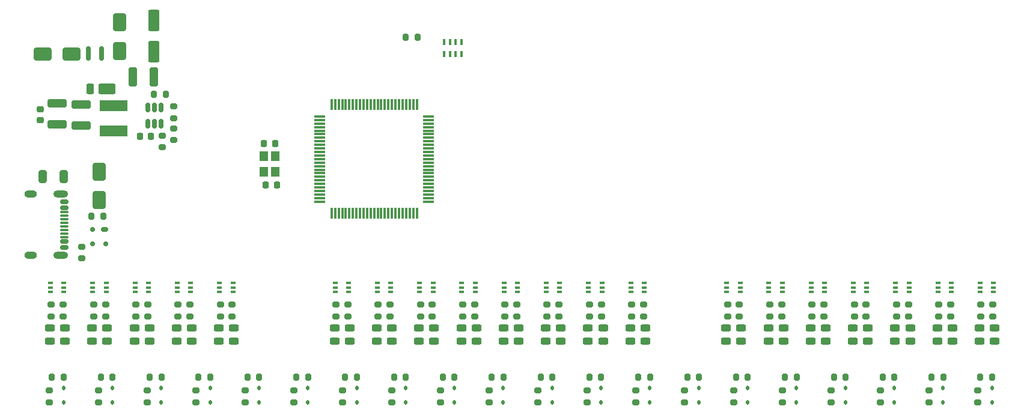
<source format=gbr>
%TF.GenerationSoftware,KiCad,Pcbnew,9.0.2*%
%TF.CreationDate,2025-07-14T16:58:00+03:00*%
%TF.ProjectId,vehicle_io_validator,76656869-636c-4655-9f69-6f5f76616c69,rev?*%
%TF.SameCoordinates,Original*%
%TF.FileFunction,Paste,Top*%
%TF.FilePolarity,Positive*%
%FSLAX46Y46*%
G04 Gerber Fmt 4.6, Leading zero omitted, Abs format (unit mm)*
G04 Created by KiCad (PCBNEW 9.0.2) date 2025-07-14 16:58:00*
%MOMM*%
%LPD*%
G01*
G04 APERTURE LIST*
G04 Aperture macros list*
%AMRoundRect*
0 Rectangle with rounded corners*
0 $1 Rounding radius*
0 $2 $3 $4 $5 $6 $7 $8 $9 X,Y pos of 4 corners*
0 Add a 4 corners polygon primitive as box body*
4,1,4,$2,$3,$4,$5,$6,$7,$8,$9,$2,$3,0*
0 Add four circle primitives for the rounded corners*
1,1,$1+$1,$2,$3*
1,1,$1+$1,$4,$5*
1,1,$1+$1,$6,$7*
1,1,$1+$1,$8,$9*
0 Add four rect primitives between the rounded corners*
20,1,$1+$1,$2,$3,$4,$5,0*
20,1,$1+$1,$4,$5,$6,$7,0*
20,1,$1+$1,$6,$7,$8,$9,0*
20,1,$1+$1,$8,$9,$2,$3,0*%
G04 Aperture macros list end*
%ADD10RoundRect,0.200000X0.275000X-0.200000X0.275000X0.200000X-0.275000X0.200000X-0.275000X-0.200000X0*%
%ADD11RoundRect,0.112500X-0.112500X0.187500X-0.112500X-0.187500X0.112500X-0.187500X0.112500X0.187500X0*%
%ADD12RoundRect,0.243750X-0.456250X0.243750X-0.456250X-0.243750X0.456250X-0.243750X0.456250X0.243750X0*%
%ADD13RoundRect,0.250000X0.550000X-1.250000X0.550000X1.250000X-0.550000X1.250000X-0.550000X-1.250000X0*%
%ADD14RoundRect,0.200000X-0.275000X0.200000X-0.275000X-0.200000X0.275000X-0.200000X0.275000X0.200000X0*%
%ADD15RoundRect,0.100000X-0.225000X-0.100000X0.225000X-0.100000X0.225000X0.100000X-0.225000X0.100000X0*%
%ADD16RoundRect,0.200000X-0.200000X-0.275000X0.200000X-0.275000X0.200000X0.275000X-0.200000X0.275000X0*%
%ADD17RoundRect,0.075000X-0.725000X-0.075000X0.725000X-0.075000X0.725000X0.075000X-0.725000X0.075000X0*%
%ADD18RoundRect,0.075000X-0.075000X-0.725000X0.075000X-0.725000X0.075000X0.725000X-0.075000X0.725000X0*%
%ADD19RoundRect,0.250000X1.000000X0.650000X-1.000000X0.650000X-1.000000X-0.650000X1.000000X-0.650000X0*%
%ADD20RoundRect,0.225000X0.250000X-0.225000X0.250000X0.225000X-0.250000X0.225000X-0.250000X-0.225000X0*%
%ADD21R,4.000000X1.500000*%
%ADD22RoundRect,0.250000X1.100000X-0.325000X1.100000X0.325000X-1.100000X0.325000X-1.100000X-0.325000X0*%
%ADD23RoundRect,0.250000X0.650000X-1.000000X0.650000X1.000000X-0.650000X1.000000X-0.650000X-1.000000X0*%
%ADD24RoundRect,0.250000X-0.650000X1.000000X-0.650000X-1.000000X0.650000X-1.000000X0.650000X1.000000X0*%
%ADD25R,0.400000X0.900000*%
%ADD26R,1.200000X1.400000*%
%ADD27RoundRect,0.150000X-0.425000X0.150000X-0.425000X-0.150000X0.425000X-0.150000X0.425000X0.150000X0*%
%ADD28RoundRect,0.075000X-0.500000X0.075000X-0.500000X-0.075000X0.500000X-0.075000X0.500000X0.075000X0*%
%ADD29O,2.100000X1.000000*%
%ADD30O,1.800000X1.000000*%
%ADD31RoundRect,0.225000X0.225000X0.250000X-0.225000X0.250000X-0.225000X-0.250000X0.225000X-0.250000X0*%
%ADD32RoundRect,0.150000X0.150000X-0.512500X0.150000X0.512500X-0.150000X0.512500X-0.150000X-0.512500X0*%
%ADD33RoundRect,0.150000X0.150000X-0.850000X0.150000X0.850000X-0.150000X0.850000X-0.150000X-0.850000X0*%
%ADD34RoundRect,0.250000X-0.325000X-0.650000X0.325000X-0.650000X0.325000X0.650000X-0.325000X0.650000X0*%
%ADD35RoundRect,0.250000X0.325000X1.100000X-0.325000X1.100000X-0.325000X-1.100000X0.325000X-1.100000X0*%
%ADD36RoundRect,0.200000X0.200000X0.275000X-0.200000X0.275000X-0.200000X-0.275000X0.200000X-0.275000X0*%
%ADD37RoundRect,0.175000X-0.325000X0.175000X-0.325000X-0.175000X0.325000X-0.175000X0.325000X0.175000X0*%
%ADD38RoundRect,0.150000X-0.150000X0.200000X-0.150000X-0.200000X0.150000X-0.200000X0.150000X0.200000X0*%
%ADD39RoundRect,0.250000X-0.950000X-0.500000X0.950000X-0.500000X0.950000X0.500000X-0.950000X0.500000X0*%
%ADD40RoundRect,0.250000X-0.275000X-0.500000X0.275000X-0.500000X0.275000X0.500000X-0.275000X0.500000X0*%
G04 APERTURE END LIST*
D10*
%TO.C,R83*%
X195000001Y-92355000D03*
X195000001Y-90705000D03*
%TD*%
%TO.C,R77*%
X177145264Y-92355000D03*
X177145264Y-90705000D03*
%TD*%
D11*
%TO.C,D2*%
X64057381Y-102410000D03*
X64057381Y-104510000D03*
%TD*%
D12*
%TO.C,D36*%
X114147106Y-93942500D03*
X114147106Y-95817500D03*
%TD*%
D13*
%TO.C,C17*%
X76807500Y-55060000D03*
X76807500Y-50660000D03*
%TD*%
D14*
%TO.C,R27*%
X130931128Y-102810000D03*
X130931128Y-104460000D03*
%TD*%
D10*
%TO.C,R64*%
X126250264Y-92355000D03*
X126250264Y-90705000D03*
%TD*%
D11*
%TO.C,D14*%
X146675877Y-102410000D03*
X146675877Y-104510000D03*
%TD*%
D14*
%TO.C,R39*%
X172240376Y-102809999D03*
X172240376Y-104459999D03*
%TD*%
D15*
%TO.C,U8*%
X108270527Y-87630000D03*
X108270527Y-88280000D03*
X108270527Y-88930000D03*
X110170527Y-88930000D03*
X110170527Y-88280000D03*
X110170527Y-87630000D03*
%TD*%
D10*
%TO.C,R62*%
X120298685Y-92355000D03*
X120298685Y-90705000D03*
%TD*%
D15*
%TO.C,U13*%
X138028422Y-87630000D03*
X138028422Y-88280000D03*
X138028422Y-88930000D03*
X139928422Y-88930000D03*
X139928422Y-88280000D03*
X139928422Y-87630000D03*
%TD*%
D16*
%TO.C,R14*%
X83087006Y-100935000D03*
X84737006Y-100935000D03*
%TD*%
D14*
%TO.C,R29*%
X137816003Y-102809999D03*
X137816003Y-104459999D03*
%TD*%
D10*
%TO.C,R49*%
X75926843Y-92355000D03*
X75926843Y-90705000D03*
%TD*%
D14*
%TO.C,R31*%
X144700877Y-102809999D03*
X144700877Y-104459999D03*
%TD*%
D12*
%TO.C,D40*%
X126050264Y-93942500D03*
X126050264Y-95817500D03*
%TD*%
%TO.C,D38*%
X120098685Y-93942500D03*
X120098685Y-95817500D03*
%TD*%
%TO.C,D23*%
X70225263Y-93942500D03*
X70225263Y-95817500D03*
%TD*%
D14*
%TO.C,R37*%
X165355501Y-102809999D03*
X165355501Y-104459999D03*
%TD*%
D17*
%TO.C,U1*%
X100160000Y-64170000D03*
X100160000Y-64670000D03*
X100160000Y-65170000D03*
X100160000Y-65670000D03*
X100160000Y-66170000D03*
X100160000Y-66670000D03*
X100160000Y-67170000D03*
X100160000Y-67670000D03*
X100160000Y-68170000D03*
X100160000Y-68670000D03*
X100160000Y-69170000D03*
X100160000Y-69670000D03*
X100160000Y-70170000D03*
X100160000Y-70670000D03*
X100160000Y-71170000D03*
X100160000Y-71670000D03*
X100160000Y-72170000D03*
X100160000Y-72670000D03*
X100160000Y-73170000D03*
X100160000Y-73670000D03*
X100160000Y-74170000D03*
X100160000Y-74670000D03*
X100160000Y-75170000D03*
X100160000Y-75670000D03*
X100160000Y-76170000D03*
D18*
X101835000Y-77845000D03*
X102335000Y-77845000D03*
X102835000Y-77845000D03*
X103335000Y-77845000D03*
X103835000Y-77845000D03*
X104335000Y-77845000D03*
X104835000Y-77845000D03*
X105335000Y-77845000D03*
X105835000Y-77845000D03*
X106335000Y-77845000D03*
X106835000Y-77845000D03*
X107335000Y-77845000D03*
X107835000Y-77845000D03*
X108335000Y-77845000D03*
X108835000Y-77845000D03*
X109335000Y-77845000D03*
X109835000Y-77845000D03*
X110335000Y-77845000D03*
X110835000Y-77845000D03*
X111335000Y-77845000D03*
X111835000Y-77845000D03*
X112335000Y-77845000D03*
X112835000Y-77845000D03*
X113335000Y-77845000D03*
X113835000Y-77845000D03*
D17*
X115510000Y-76170000D03*
X115510000Y-75670000D03*
X115510000Y-75170000D03*
X115510000Y-74670000D03*
X115510000Y-74170000D03*
X115510000Y-73670000D03*
X115510000Y-73170000D03*
X115510000Y-72670000D03*
X115510000Y-72170000D03*
X115510000Y-71670000D03*
X115510000Y-71170000D03*
X115510000Y-70670000D03*
X115510000Y-70170000D03*
X115510000Y-69670000D03*
X115510000Y-69170000D03*
X115510000Y-68670000D03*
X115510000Y-68170000D03*
X115510000Y-67670000D03*
X115510000Y-67170000D03*
X115510000Y-66670000D03*
X115510000Y-66170000D03*
X115510000Y-65670000D03*
X115510000Y-65170000D03*
X115510000Y-64670000D03*
X115510000Y-64170000D03*
D18*
X113835000Y-62495000D03*
X113335000Y-62495000D03*
X112835000Y-62495000D03*
X112335000Y-62495000D03*
X111835000Y-62495000D03*
X111335000Y-62495000D03*
X110835000Y-62495000D03*
X110335000Y-62495000D03*
X109835000Y-62495000D03*
X109335000Y-62495000D03*
X108835000Y-62495000D03*
X108335000Y-62495000D03*
X107835000Y-62495000D03*
X107335000Y-62495000D03*
X106835000Y-62495000D03*
X106335000Y-62495000D03*
X105835000Y-62495000D03*
X105335000Y-62495000D03*
X104835000Y-62495000D03*
X104335000Y-62495000D03*
X103835000Y-62495000D03*
X103335000Y-62495000D03*
X102835000Y-62495000D03*
X102335000Y-62495000D03*
X101835000Y-62495000D03*
%TD*%
D16*
%TO.C,R26*%
X124396254Y-100935000D03*
X126046254Y-100935000D03*
%TD*%
D12*
%TO.C,D62*%
X193125001Y-93942500D03*
X193125001Y-95817500D03*
%TD*%
D10*
%TO.C,R74*%
X163567106Y-92355000D03*
X163567106Y-90705000D03*
%TD*%
D15*
%TO.C,U5*%
X80078422Y-87630000D03*
X80078422Y-88280000D03*
X80078422Y-88930000D03*
X81978422Y-88930000D03*
X81978422Y-88280000D03*
X81978422Y-87630000D03*
%TD*%
%TO.C,U4*%
X74126843Y-87630000D03*
X74126843Y-88280000D03*
X74126843Y-88930000D03*
X76026843Y-88930000D03*
X76026843Y-88280000D03*
X76026843Y-87630000D03*
%TD*%
D12*
%TO.C,D41*%
X134126842Y-93942500D03*
X134126842Y-95817500D03*
%TD*%
D11*
%TO.C,D9*%
X112251504Y-102410000D03*
X112251504Y-104510000D03*
%TD*%
%TO.C,D3*%
X70942256Y-102410000D03*
X70942256Y-104510000D03*
%TD*%
D10*
%TO.C,R68*%
X138153422Y-92355000D03*
X138153422Y-90705000D03*
%TD*%
%TO.C,R80*%
X181421843Y-92355000D03*
X181421843Y-90705000D03*
%TD*%
%TO.C,R45*%
X64023685Y-92355000D03*
X64023685Y-90705000D03*
%TD*%
D11*
%TO.C,D18*%
X174215376Y-102410000D03*
X174215376Y-104510000D03*
%TD*%
D15*
%TO.C,U7*%
X102318948Y-87630000D03*
X102318948Y-88280000D03*
X102318948Y-88930000D03*
X104218948Y-88930000D03*
X104218948Y-88280000D03*
X104218948Y-87630000D03*
%TD*%
D12*
%TO.C,D25*%
X76176842Y-93942500D03*
X76176842Y-95817500D03*
%TD*%
D14*
%TO.C,R1*%
X192895000Y-102809999D03*
X192895000Y-104459999D03*
%TD*%
D10*
%TO.C,R61*%
X121973685Y-92355000D03*
X121973685Y-90705000D03*
%TD*%
D16*
%TO.C,R86*%
X67995000Y-78260000D03*
X69645000Y-78260000D03*
%TD*%
D19*
%TO.C,D63*%
X65147500Y-55350000D03*
X61147500Y-55350000D03*
%TD*%
D16*
%TO.C,R16*%
X89971881Y-100935000D03*
X91621881Y-100935000D03*
%TD*%
D11*
%TO.C,D16*%
X160445627Y-102410000D03*
X160445627Y-104510000D03*
%TD*%
D14*
%TO.C,R35*%
X158470627Y-102809999D03*
X158470627Y-104459999D03*
%TD*%
D20*
%TO.C,C22*%
X60782500Y-64685000D03*
X60782500Y-63135000D03*
%TD*%
D12*
%TO.C,D61*%
X195250000Y-93942500D03*
X195250000Y-95817500D03*
%TD*%
D10*
%TO.C,R79*%
X183096843Y-92355000D03*
X183096843Y-90705000D03*
%TD*%
%TO.C,R63*%
X127925264Y-92355000D03*
X127925264Y-90705000D03*
%TD*%
D12*
%TO.C,D21*%
X64273685Y-93942500D03*
X64273685Y-95817500D03*
%TD*%
D11*
%TO.C,D12*%
X132906128Y-102410000D03*
X132906128Y-104510000D03*
%TD*%
D21*
%TO.C,L2*%
X71082500Y-62635000D03*
X71082500Y-66235000D03*
%TD*%
D22*
%TO.C,C20*%
X66582500Y-65460000D03*
X66582500Y-62510000D03*
%TD*%
D15*
%TO.C,U15*%
X157490527Y-87630000D03*
X157490527Y-88280000D03*
X157490527Y-88930000D03*
X159390527Y-88930000D03*
X159390527Y-88280000D03*
X159390527Y-87630000D03*
%TD*%
D10*
%TO.C,R71*%
X159290527Y-92355000D03*
X159290527Y-90705000D03*
%TD*%
%TO.C,R56*%
X102443948Y-92355000D03*
X102443948Y-90705000D03*
%TD*%
%TO.C,R76*%
X169518685Y-92355000D03*
X169518685Y-90705000D03*
%TD*%
D12*
%TO.C,D46*%
X143905001Y-93942500D03*
X143905001Y-95817500D03*
%TD*%
%TO.C,D58*%
X181221843Y-93942500D03*
X181221843Y-95817500D03*
%TD*%
%TO.C,D44*%
X137953422Y-93942500D03*
X137953422Y-95817500D03*
%TD*%
D15*
%TO.C,U3*%
X68175264Y-87630000D03*
X68175264Y-88280000D03*
X68175264Y-88930000D03*
X70075264Y-88930000D03*
X70075264Y-88280000D03*
X70075264Y-87630000D03*
%TD*%
D22*
%TO.C,C21*%
X63157500Y-65285000D03*
X63157500Y-62335000D03*
%TD*%
D15*
%TO.C,U14*%
X143980001Y-87630000D03*
X143980001Y-88280000D03*
X143980001Y-88930000D03*
X145880001Y-88930000D03*
X145880001Y-88280000D03*
X145880001Y-87630000D03*
%TD*%
D14*
%TO.C,R15*%
X89621880Y-102809999D03*
X89621880Y-104459999D03*
%TD*%
D23*
%TO.C,D50*%
X71932500Y-54910000D03*
X71932500Y-50910000D03*
%TD*%
D16*
%TO.C,R42*%
X179475252Y-100935000D03*
X181125252Y-100935000D03*
%TD*%
D15*
%TO.C,U6*%
X86030001Y-87630000D03*
X86030001Y-88280000D03*
X86030001Y-88930000D03*
X87930001Y-88930000D03*
X87930001Y-88280000D03*
X87930001Y-87630000D03*
%TD*%
D12*
%TO.C,D22*%
X62148685Y-93942500D03*
X62148685Y-95817500D03*
%TD*%
D24*
%TO.C,D64*%
X69090000Y-71960000D03*
X69090000Y-75960000D03*
%TD*%
D14*
%TO.C,R13*%
X82737005Y-102809999D03*
X82737005Y-104459999D03*
%TD*%
D10*
%TO.C,R70*%
X144105001Y-92355000D03*
X144105001Y-90705000D03*
%TD*%
D16*
%TO.C,R18*%
X96856755Y-100935000D03*
X98506755Y-100935000D03*
%TD*%
D14*
%TO.C,R23*%
X117161378Y-102809999D03*
X117161378Y-104459999D03*
%TD*%
D10*
%TO.C,R55*%
X104118948Y-92355000D03*
X104118948Y-90705000D03*
%TD*%
D16*
%TO.C,R32*%
X145050878Y-100935000D03*
X146700878Y-100935000D03*
%TD*%
D15*
%TO.C,U18*%
X169393685Y-87630000D03*
X169393685Y-88280000D03*
X169393685Y-88930000D03*
X171293685Y-88930000D03*
X171293685Y-88280000D03*
X171293685Y-87630000D03*
%TD*%
D14*
%TO.C,R11*%
X75852130Y-102809999D03*
X75852130Y-104459999D03*
%TD*%
D15*
%TO.C,U10*%
X120173685Y-87630000D03*
X120173685Y-88280000D03*
X120173685Y-88930000D03*
X122073685Y-88930000D03*
X122073685Y-88280000D03*
X122073685Y-87630000D03*
%TD*%
D16*
%TO.C,R30*%
X138166004Y-100935000D03*
X139816004Y-100935000D03*
%TD*%
D12*
%TO.C,D49*%
X165492105Y-93942500D03*
X165492105Y-95817500D03*
%TD*%
D25*
%TO.C,RN1*%
X120110000Y-53670000D03*
X119310000Y-53670000D03*
X118510000Y-53670000D03*
X117710000Y-53670000D03*
X117710000Y-55370000D03*
X118510000Y-55370000D03*
X119310000Y-55370000D03*
X120110000Y-55370000D03*
%TD*%
D10*
%TO.C,R82*%
X187373422Y-92355000D03*
X187373422Y-90705000D03*
%TD*%
D14*
%TO.C,R19*%
X103391629Y-102809999D03*
X103391629Y-104459999D03*
%TD*%
D12*
%TO.C,D34*%
X108195527Y-93942500D03*
X108195527Y-95817500D03*
%TD*%
D10*
%TO.C,R81*%
X189048422Y-92355000D03*
X189048422Y-90705000D03*
%TD*%
D12*
%TO.C,D39*%
X128175263Y-93942500D03*
X128175263Y-95817500D03*
%TD*%
D10*
%TO.C,R75*%
X171193685Y-92355000D03*
X171193685Y-90705000D03*
%TD*%
%TO.C,R65*%
X133876843Y-92355000D03*
X133876843Y-90705000D03*
%TD*%
D12*
%TO.C,D55*%
X177395263Y-93942500D03*
X177395263Y-95817500D03*
%TD*%
D14*
%TO.C,R17*%
X96506754Y-102809999D03*
X96506754Y-104459999D03*
%TD*%
D26*
%TO.C,Y1*%
X93920000Y-72000000D03*
X93920000Y-69800000D03*
X92320000Y-69800000D03*
X92320000Y-72000000D03*
%TD*%
D10*
%TO.C,R60*%
X114347106Y-92355000D03*
X114347106Y-90705000D03*
%TD*%
%TO.C,R58*%
X108395527Y-92355000D03*
X108395527Y-90705000D03*
%TD*%
D15*
%TO.C,U9*%
X114222106Y-87630000D03*
X114222106Y-88280000D03*
X114222106Y-88930000D03*
X116122106Y-88930000D03*
X116122106Y-88280000D03*
X116122106Y-87630000D03*
%TD*%
D12*
%TO.C,D53*%
X171443684Y-93942500D03*
X171443684Y-95817500D03*
%TD*%
%TO.C,D29*%
X88080000Y-93942500D03*
X88080000Y-95817500D03*
%TD*%
D14*
%TO.C,R43*%
X186010125Y-102809999D03*
X186010125Y-104459999D03*
%TD*%
D11*
%TO.C,D8*%
X105366629Y-102410000D03*
X105366629Y-104510000D03*
%TD*%
D12*
%TO.C,D52*%
X163367106Y-93942500D03*
X163367106Y-95817500D03*
%TD*%
D11*
%TO.C,D7*%
X98481754Y-102410000D03*
X98481754Y-104510000D03*
%TD*%
D10*
%TO.C,R47*%
X69975264Y-92355000D03*
X69975264Y-90705000D03*
%TD*%
D27*
%TO.C,J22*%
X64205000Y-76215000D03*
X64205000Y-77015000D03*
D28*
X64205000Y-78165000D03*
X64205000Y-79165000D03*
X64205000Y-79665000D03*
X64205000Y-80665000D03*
D27*
X64205000Y-81815000D03*
X64205000Y-82615000D03*
X64205000Y-82615000D03*
X64205000Y-81815000D03*
D28*
X64205000Y-81165000D03*
X64205000Y-80165000D03*
X64205000Y-78665000D03*
X64205000Y-77665000D03*
D27*
X64205000Y-77015000D03*
X64205000Y-76215000D03*
D29*
X63630000Y-75095000D03*
D30*
X59450000Y-75095000D03*
D29*
X63630000Y-83735000D03*
D30*
X59450000Y-83735000D03*
%TD*%
D12*
%TO.C,D24*%
X68100264Y-93942500D03*
X68100264Y-95817500D03*
%TD*%
D11*
%TO.C,D5*%
X84712005Y-102410000D03*
X84712005Y-104510000D03*
%TD*%
D31*
%TO.C,C14*%
X93870000Y-67980000D03*
X92320000Y-67980000D03*
%TD*%
D15*
%TO.C,U19*%
X175345264Y-87630000D03*
X175345264Y-88280000D03*
X175345264Y-88930000D03*
X177245264Y-88930000D03*
X177245264Y-88280000D03*
X177245264Y-87630000D03*
%TD*%
D31*
%TO.C,C15*%
X94120000Y-73830000D03*
X92570000Y-73830000D03*
%TD*%
D12*
%TO.C,D47*%
X159540526Y-93942500D03*
X159540526Y-95817500D03*
%TD*%
%TO.C,D35*%
X116272105Y-93942500D03*
X116272105Y-95817500D03*
%TD*%
D11*
%TO.C,D6*%
X91596880Y-102410000D03*
X91596880Y-104510000D03*
%TD*%
D16*
%TO.C,R38*%
X165705502Y-100935000D03*
X167355502Y-100935000D03*
%TD*%
%TO.C,R28*%
X131281128Y-100935000D03*
X132931128Y-100935000D03*
%TD*%
D32*
%TO.C,U17*%
X75945000Y-65172500D03*
X76895000Y-65172500D03*
X77845000Y-65172500D03*
X77845000Y-62897500D03*
X76895000Y-62897500D03*
X75945000Y-62897500D03*
%TD*%
D15*
%TO.C,U22*%
X193200001Y-87630000D03*
X193200001Y-88280000D03*
X193200001Y-88930000D03*
X195100001Y-88930000D03*
X195100001Y-88280000D03*
X195100001Y-87630000D03*
%TD*%
D16*
%TO.C,R10*%
X69317257Y-100935000D03*
X70967257Y-100935000D03*
%TD*%
D14*
%TO.C,R5*%
X68967256Y-102809999D03*
X68967256Y-104459999D03*
%TD*%
D12*
%TO.C,D43*%
X140078421Y-93942500D03*
X140078421Y-95817500D03*
%TD*%
%TO.C,D31*%
X104368947Y-93942500D03*
X104368947Y-95817500D03*
%TD*%
%TO.C,D33*%
X110320526Y-93942500D03*
X110320526Y-95817500D03*
%TD*%
D14*
%TO.C,R9*%
X79607500Y-65835000D03*
X79607500Y-67485000D03*
%TD*%
%TO.C,R8*%
X77957500Y-66860000D03*
X77957500Y-68510000D03*
%TD*%
D12*
%TO.C,D48*%
X157415527Y-93942500D03*
X157415527Y-95817500D03*
%TD*%
D16*
%TO.C,R2*%
X193245001Y-100935000D03*
X194895001Y-100935000D03*
%TD*%
%TO.C,R87*%
X112280000Y-53040000D03*
X113930000Y-53040000D03*
%TD*%
D12*
%TO.C,D30*%
X85955001Y-93942500D03*
X85955001Y-95817500D03*
%TD*%
D10*
%TO.C,R48*%
X68300264Y-92355000D03*
X68300264Y-90705000D03*
%TD*%
D15*
%TO.C,U12*%
X132076843Y-87630000D03*
X132076843Y-88280000D03*
X132076843Y-88930000D03*
X133976843Y-88930000D03*
X133976843Y-88280000D03*
X133976843Y-87630000D03*
%TD*%
D16*
%TO.C,R44*%
X186360126Y-100935000D03*
X188010126Y-100935000D03*
%TD*%
D10*
%TO.C,R51*%
X81878422Y-92355000D03*
X81878422Y-90705000D03*
%TD*%
D14*
%TO.C,R25*%
X124046253Y-102809999D03*
X124046253Y-104459999D03*
%TD*%
D33*
%TO.C,L1*%
X67557500Y-55310000D03*
X69457500Y-55310000D03*
%TD*%
D10*
%TO.C,R84*%
X193325001Y-92355000D03*
X193325001Y-90705000D03*
%TD*%
D14*
%TO.C,R85*%
X66590000Y-82515000D03*
X66590000Y-84165000D03*
%TD*%
D12*
%TO.C,D57*%
X183346842Y-93942500D03*
X183346842Y-95817500D03*
%TD*%
D14*
%TO.C,R33*%
X151585752Y-102809999D03*
X151585752Y-104459999D03*
%TD*%
D16*
%TO.C,R4*%
X62432382Y-100935000D03*
X64082382Y-100935000D03*
%TD*%
D12*
%TO.C,D60*%
X187173422Y-93942500D03*
X187173422Y-95817500D03*
%TD*%
D10*
%TO.C,R54*%
X86155001Y-92355000D03*
X86155001Y-90705000D03*
%TD*%
D11*
%TO.C,D17*%
X167330501Y-102410000D03*
X167330501Y-104510000D03*
%TD*%
D16*
%TO.C,R34*%
X151935753Y-100935000D03*
X153585753Y-100935000D03*
%TD*%
%TO.C,R20*%
X103741630Y-100935000D03*
X105391630Y-100935000D03*
%TD*%
D10*
%TO.C,R52*%
X80203422Y-92355000D03*
X80203422Y-90705000D03*
%TD*%
%TO.C,R57*%
X110070527Y-92355000D03*
X110070527Y-90705000D03*
%TD*%
D16*
%TO.C,R22*%
X110626505Y-100935000D03*
X112276505Y-100935000D03*
%TD*%
D11*
%TO.C,D4*%
X77827130Y-102410000D03*
X77827130Y-104510000D03*
%TD*%
D10*
%TO.C,R69*%
X145780001Y-92355000D03*
X145780001Y-90705000D03*
%TD*%
D15*
%TO.C,U2*%
X62223685Y-87630000D03*
X62223685Y-88280000D03*
X62223685Y-88930000D03*
X64123685Y-88930000D03*
X64123685Y-88280000D03*
X64123685Y-87630000D03*
%TD*%
D10*
%TO.C,R73*%
X165242106Y-92355000D03*
X165242106Y-90705000D03*
%TD*%
D14*
%TO.C,R3*%
X62082381Y-102809999D03*
X62082381Y-104459999D03*
%TD*%
D15*
%TO.C,U20*%
X181296843Y-87630000D03*
X181296843Y-88280000D03*
X181296843Y-88930000D03*
X183196843Y-88930000D03*
X183196843Y-88280000D03*
X183196843Y-87630000D03*
%TD*%
D10*
%TO.C,R72*%
X157615527Y-92355000D03*
X157615527Y-90705000D03*
%TD*%
D11*
%TO.C,D1*%
X194870000Y-102410000D03*
X194870000Y-104510000D03*
%TD*%
D12*
%TO.C,D37*%
X122223684Y-93942500D03*
X122223684Y-95817500D03*
%TD*%
D16*
%TO.C,R12*%
X76202131Y-100935000D03*
X77852131Y-100935000D03*
%TD*%
D10*
%TO.C,R46*%
X62348685Y-92355000D03*
X62348685Y-90705000D03*
%TD*%
D34*
%TO.C,C11*%
X61100000Y-72620000D03*
X64050000Y-72620000D03*
%TD*%
D31*
%TO.C,C19*%
X76357500Y-66935000D03*
X74807500Y-66935000D03*
%TD*%
D12*
%TO.C,D26*%
X74051843Y-93942500D03*
X74051843Y-95817500D03*
%TD*%
%TO.C,D45*%
X146030000Y-93942500D03*
X146030000Y-95817500D03*
%TD*%
D35*
%TO.C,C18*%
X76807500Y-58585000D03*
X73857500Y-58585000D03*
%TD*%
D36*
%TO.C,R6*%
X78457500Y-61010000D03*
X76807500Y-61010000D03*
%TD*%
D10*
%TO.C,R78*%
X175470264Y-92355000D03*
X175470264Y-90705000D03*
%TD*%
D15*
%TO.C,U21*%
X187248422Y-87630000D03*
X187248422Y-88280000D03*
X187248422Y-88930000D03*
X189148422Y-88930000D03*
X189148422Y-88280000D03*
X189148422Y-87630000D03*
%TD*%
D10*
%TO.C,R7*%
X79607500Y-64410000D03*
X79607500Y-62760000D03*
%TD*%
D37*
%TO.C,D65*%
X69840000Y-80090000D03*
D38*
X68140000Y-80090000D03*
X68140000Y-82090000D03*
X70040000Y-82090000D03*
%TD*%
D11*
%TO.C,D10*%
X119136378Y-102410000D03*
X119136378Y-104510000D03*
%TD*%
%TO.C,D11*%
X126021253Y-102410000D03*
X126021253Y-104510000D03*
%TD*%
D15*
%TO.C,U11*%
X126125264Y-87630000D03*
X126125264Y-88280000D03*
X126125264Y-88930000D03*
X128025264Y-88930000D03*
X128025264Y-88280000D03*
X128025264Y-87630000D03*
%TD*%
D39*
%TO.C,D51*%
X70182500Y-60260000D03*
D40*
X67807500Y-60260000D03*
%TD*%
D14*
%TO.C,R21*%
X110276504Y-102809999D03*
X110276504Y-104459999D03*
%TD*%
D10*
%TO.C,R67*%
X139828422Y-92355000D03*
X139828422Y-90705000D03*
%TD*%
D15*
%TO.C,U16*%
X163442106Y-87630000D03*
X163442106Y-88280000D03*
X163442106Y-88930000D03*
X165342106Y-88930000D03*
X165342106Y-88280000D03*
X165342106Y-87630000D03*
%TD*%
D12*
%TO.C,D42*%
X132001843Y-93942500D03*
X132001843Y-95817500D03*
%TD*%
%TO.C,D54*%
X169318685Y-93942500D03*
X169318685Y-95817500D03*
%TD*%
D11*
%TO.C,D19*%
X181100251Y-102410000D03*
X181100251Y-104510000D03*
%TD*%
D10*
%TO.C,R50*%
X74251843Y-92355000D03*
X74251843Y-90705000D03*
%TD*%
D16*
%TO.C,R36*%
X158820628Y-100935000D03*
X160470628Y-100935000D03*
%TD*%
D12*
%TO.C,D28*%
X80003422Y-93942500D03*
X80003422Y-95817500D03*
%TD*%
D11*
%TO.C,D13*%
X139791003Y-102410000D03*
X139791003Y-104510000D03*
%TD*%
D12*
%TO.C,D56*%
X175270264Y-93942500D03*
X175270264Y-95817500D03*
%TD*%
%TO.C,D32*%
X102243948Y-93942500D03*
X102243948Y-95817500D03*
%TD*%
D16*
%TO.C,R24*%
X117511379Y-100935000D03*
X119161379Y-100935000D03*
%TD*%
D12*
%TO.C,D27*%
X82128421Y-93942500D03*
X82128421Y-95817500D03*
%TD*%
D10*
%TO.C,R59*%
X116022106Y-92355000D03*
X116022106Y-90705000D03*
%TD*%
D16*
%TO.C,R40*%
X172590377Y-100935000D03*
X174240377Y-100935000D03*
%TD*%
D10*
%TO.C,R66*%
X132201843Y-92355000D03*
X132201843Y-90705000D03*
%TD*%
D11*
%TO.C,D15*%
X153560752Y-102410000D03*
X153560752Y-104510000D03*
%TD*%
%TO.C,D20*%
X187985125Y-102410000D03*
X187985125Y-104510000D03*
%TD*%
D14*
%TO.C,R41*%
X179125251Y-102809999D03*
X179125251Y-104459999D03*
%TD*%
D12*
%TO.C,D59*%
X189298421Y-93942500D03*
X189298421Y-95817500D03*
%TD*%
D10*
%TO.C,R53*%
X87830001Y-92355000D03*
X87830001Y-90705000D03*
%TD*%
M02*

</source>
